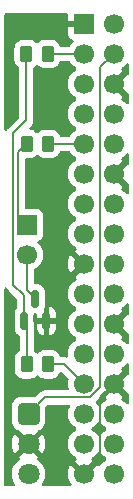
<source format=gbr>
%TF.GenerationSoftware,KiCad,Pcbnew,9.0.4*%
%TF.CreationDate,2025-10-17T20:59:14-05:00*%
%TF.ProjectId,raspi-ir,72617370-692d-4697-922e-6b696361645f,rev?*%
%TF.SameCoordinates,Original*%
%TF.FileFunction,Copper,L1,Top*%
%TF.FilePolarity,Positive*%
%FSLAX46Y46*%
G04 Gerber Fmt 4.6, Leading zero omitted, Abs format (unit mm)*
G04 Created by KiCad (PCBNEW 9.0.4) date 2025-10-17 20:59:14*
%MOMM*%
%LPD*%
G01*
G04 APERTURE LIST*
G04 Aperture macros list*
%AMRoundRect*
0 Rectangle with rounded corners*
0 $1 Rounding radius*
0 $2 $3 $4 $5 $6 $7 $8 $9 X,Y pos of 4 corners*
0 Add a 4 corners polygon primitive as box body*
4,1,4,$2,$3,$4,$5,$6,$7,$8,$9,$2,$3,0*
0 Add four circle primitives for the rounded corners*
1,1,$1+$1,$2,$3*
1,1,$1+$1,$4,$5*
1,1,$1+$1,$6,$7*
1,1,$1+$1,$8,$9*
0 Add four rect primitives between the rounded corners*
20,1,$1+$1,$2,$3,$4,$5,0*
20,1,$1+$1,$4,$5,$6,$7,0*
20,1,$1+$1,$6,$7,$8,$9,0*
20,1,$1+$1,$8,$9,$2,$3,0*%
G04 Aperture macros list end*
%TA.AperFunction,ComponentPad*%
%ADD10RoundRect,0.250200X-0.649800X0.649800X-0.649800X-0.649800X0.649800X-0.649800X0.649800X0.649800X0*%
%TD*%
%TA.AperFunction,ComponentPad*%
%ADD11C,1.800000*%
%TD*%
%TA.AperFunction,SMDPad,CuDef*%
%ADD12RoundRect,0.250000X-0.262500X-0.450000X0.262500X-0.450000X0.262500X0.450000X-0.262500X0.450000X0*%
%TD*%
%TA.AperFunction,SMDPad,CuDef*%
%ADD13RoundRect,0.250000X0.262500X0.450000X-0.262500X0.450000X-0.262500X-0.450000X0.262500X-0.450000X0*%
%TD*%
%TA.AperFunction,SMDPad,CuDef*%
%ADD14RoundRect,0.150000X0.150000X-0.587500X0.150000X0.587500X-0.150000X0.587500X-0.150000X-0.587500X0*%
%TD*%
%TA.AperFunction,ComponentPad*%
%ADD15R,1.700000X1.700000*%
%TD*%
%TA.AperFunction,ComponentPad*%
%ADD16C,1.700000*%
%TD*%
%TA.AperFunction,ViaPad*%
%ADD17C,0.600000*%
%TD*%
%TA.AperFunction,Conductor*%
%ADD18C,0.200000*%
%TD*%
G04 APERTURE END LIST*
D10*
%TO.P,U1,1,OUT*%
%TO.N,Net-(J1-Pin_4)*%
X142630000Y-105791000D03*
D11*
%TO.P,U1,2,GND*%
%TO.N,GND*%
X142630000Y-108331000D03*
%TO.P,U1,3,Vs*%
%TO.N,+3.3V*%
X142630000Y-110871000D03*
%TD*%
D12*
%TO.P,R3,1*%
%TO.N,Net-(Q1-B)*%
X142470500Y-101600000D03*
%TO.P,R3,2*%
%TO.N,Net-(J1-Pin_25)*%
X144295500Y-101600000D03*
%TD*%
D13*
%TO.P,R2,1*%
%TO.N,+3.3V*%
X144295500Y-82931000D03*
%TO.P,R2,2*%
%TO.N,Net-(J2-Pin_1)*%
X142470500Y-82931000D03*
%TD*%
D12*
%TO.P,R1,1*%
%TO.N,Net-(Q1-B)*%
X142447000Y-75311000D03*
%TO.P,R1,2*%
%TO.N,Net-(J1-Pin_3)*%
X144272000Y-75311000D03*
%TD*%
D14*
%TO.P,Q1,1,B*%
%TO.N,Net-(Q1-B)*%
X142245000Y-97917000D03*
%TO.P,Q1,2,E*%
%TO.N,GND*%
X144145000Y-97917000D03*
%TO.P,Q1,3,C*%
%TO.N,Net-(J2-Pin_2)*%
X143195000Y-96042000D03*
%TD*%
D15*
%TO.P,J2,1,Pin_1*%
%TO.N,Net-(J2-Pin_1)*%
X142494000Y-89784000D03*
D16*
%TO.P,J2,2,Pin_2*%
%TO.N,Net-(J2-Pin_2)*%
X142494000Y-92324000D03*
%TD*%
D15*
%TO.P,J1,1,Pin_1*%
%TO.N,GND*%
X147320000Y-72771000D03*
D16*
%TO.P,J1,2,Pin_2*%
%TO.N,unconnected-(J1-Pin_2-Pad2)*%
X149860000Y-72771000D03*
%TO.P,J1,3,Pin_3*%
%TO.N,Net-(J1-Pin_3)*%
X147320000Y-75311000D03*
%TO.P,J1,4,Pin_4*%
%TO.N,Net-(J1-Pin_4)*%
X149860000Y-75311000D03*
%TO.P,J1,5,Pin_5*%
%TO.N,unconnected-(J1-Pin_5-Pad5)*%
X147320000Y-77851000D03*
%TO.P,J1,6,Pin_6*%
%TO.N,GND*%
X149860000Y-77851000D03*
%TO.P,J1,7,Pin_7*%
%TO.N,unconnected-(J1-Pin_7-Pad7)*%
X147320000Y-80391000D03*
%TO.P,J1,8,Pin_8*%
%TO.N,unconnected-(J1-Pin_8-Pad8)*%
X149860000Y-80391000D03*
%TO.P,J1,9,Pin_9*%
%TO.N,+3.3V*%
X147320000Y-82931000D03*
%TO.P,J1,10,Pin_10*%
%TO.N,unconnected-(J1-Pin_10-Pad10)*%
X149860000Y-82931000D03*
%TO.P,J1,11,Pin_11*%
%TO.N,unconnected-(J1-Pin_11-Pad11)*%
X147320000Y-85471000D03*
%TO.P,J1,12,Pin_12*%
%TO.N,GND*%
X149860000Y-85471000D03*
%TO.P,J1,13,Pin_13*%
%TO.N,unconnected-(J1-Pin_13-Pad13)*%
X147320000Y-88011000D03*
%TO.P,J1,14,Pin_14*%
%TO.N,unconnected-(J1-Pin_14-Pad14)*%
X149860000Y-88011000D03*
%TO.P,J1,15,Pin_15*%
%TO.N,unconnected-(J1-Pin_15-Pad15)*%
X147320000Y-90551000D03*
%TO.P,J1,16,Pin_16*%
%TO.N,unconnected-(J1-Pin_16-Pad16)*%
X149860000Y-90551000D03*
%TO.P,J1,17,Pin_17*%
%TO.N,GND*%
X147320000Y-93091000D03*
%TO.P,J1,18,Pin_18*%
%TO.N,unconnected-(J1-Pin_18-Pad18)*%
X149860000Y-93091000D03*
%TO.P,J1,19,Pin_19*%
%TO.N,unconnected-(J1-Pin_19-Pad19)*%
X147320000Y-95631000D03*
%TO.P,J1,20,Pin_20*%
%TO.N,unconnected-(J1-Pin_20-Pad20)*%
X149860000Y-95631000D03*
%TO.P,J1,21,Pin_21*%
%TO.N,unconnected-(J1-Pin_21-Pad21)*%
X147320000Y-98171000D03*
%TO.P,J1,22,Pin_22*%
%TO.N,GND*%
X149860000Y-98171000D03*
%TO.P,J1,23,Pin_23*%
%TO.N,unconnected-(J1-Pin_23-Pad23)*%
X147320000Y-100711000D03*
%TO.P,J1,24,Pin_24*%
%TO.N,unconnected-(J1-Pin_24-Pad24)*%
X149860000Y-100711000D03*
%TO.P,J1,25,Pin_25*%
%TO.N,Net-(J1-Pin_25)*%
X147320000Y-103251000D03*
%TO.P,J1,26,Pin_26*%
%TO.N,GND*%
X149860000Y-103251000D03*
%TO.P,J1,27,Pin_27*%
%TO.N,unconnected-(J1-Pin_27-Pad27)*%
X147320000Y-105791000D03*
%TO.P,J1,28,Pin_28*%
%TO.N,unconnected-(J1-Pin_28-Pad28)*%
X149860000Y-105791000D03*
%TO.P,J1,29,Pin_29*%
%TO.N,unconnected-(J1-Pin_29-Pad29)*%
X147320000Y-108331000D03*
%TO.P,J1,30,Pin_30*%
%TO.N,unconnected-(J1-Pin_30-Pad30)*%
X149860000Y-108331000D03*
%TO.P,J1,31,Pin_31*%
%TO.N,GND*%
X147320000Y-110871000D03*
%TO.P,J1,32,Pin_32*%
%TO.N,unconnected-(J1-Pin_32-Pad32)*%
X149860000Y-110871000D03*
%TD*%
D17*
%TO.N,GND*%
X144145000Y-99695000D03*
X143383000Y-73152000D03*
X142621000Y-103505000D03*
X144272000Y-79121000D03*
%TD*%
D18*
%TO.N,Net-(Q1-B)*%
X141343000Y-82042000D02*
X141343000Y-94861000D01*
X141343000Y-94861000D02*
X142245000Y-95763000D01*
X142447000Y-80938000D02*
X141343000Y-82042000D01*
X142447000Y-75311000D02*
X142447000Y-80938000D01*
X142245000Y-95763000D02*
X142245000Y-97917000D01*
%TO.N,Net-(J2-Pin_1)*%
X141744000Y-89034000D02*
X142494000Y-89784000D01*
X141744000Y-83657500D02*
X141744000Y-89034000D01*
X142470500Y-82931000D02*
X141744000Y-83657500D01*
%TO.N,GND*%
X148709000Y-109482000D02*
X147320000Y-110871000D01*
X148709000Y-104402000D02*
X148709000Y-109482000D01*
X149860000Y-103251000D02*
X148709000Y-104402000D01*
%TO.N,Net-(J1-Pin_4)*%
X148709000Y-76462000D02*
X149860000Y-75311000D01*
X147796760Y-104402000D02*
X148709000Y-103489760D01*
X144019000Y-104402000D02*
X147796760Y-104402000D01*
X148709000Y-103489760D02*
X148709000Y-76462000D01*
X142630000Y-105791000D02*
X144019000Y-104402000D01*
%TO.N,Net-(Q1-B)*%
X142470500Y-98142500D02*
X142245000Y-97917000D01*
X142470500Y-101600000D02*
X142470500Y-98142500D01*
%TO.N,Net-(J1-Pin_25)*%
X145669000Y-101600000D02*
X147320000Y-103251000D01*
X144295500Y-101600000D02*
X145669000Y-101600000D01*
%TO.N,Net-(J2-Pin_2)*%
X142494000Y-95341000D02*
X143195000Y-96042000D01*
X142494000Y-92324000D02*
X142494000Y-95341000D01*
%TO.N,+3.3V*%
X147320000Y-82931000D02*
X144295500Y-82931000D01*
%TO.N,Net-(J1-Pin_3)*%
X147320000Y-75311000D02*
X144272000Y-75311000D01*
%TD*%
%TA.AperFunction,Conductor*%
%TO.N,GND*%
G36*
X140786703Y-95112104D02*
G01*
X140812888Y-95143818D01*
X140862479Y-95229715D01*
X140981349Y-95348585D01*
X140981355Y-95348590D01*
X141608181Y-95975416D01*
X141641666Y-96036739D01*
X141644500Y-96063097D01*
X141644500Y-96808691D01*
X141624815Y-96875730D01*
X141608181Y-96896372D01*
X141576923Y-96927629D01*
X141576917Y-96927637D01*
X141493255Y-97069103D01*
X141493254Y-97069106D01*
X141447402Y-97226926D01*
X141447401Y-97226932D01*
X141444500Y-97263798D01*
X141444500Y-98570201D01*
X141447401Y-98607067D01*
X141447402Y-98607073D01*
X141493254Y-98764893D01*
X141493255Y-98764896D01*
X141576917Y-98906362D01*
X141576923Y-98906370D01*
X141693129Y-99022576D01*
X141693140Y-99022585D01*
X141809120Y-99091174D01*
X141856804Y-99142242D01*
X141870000Y-99197906D01*
X141870000Y-100407491D01*
X141850315Y-100474530D01*
X141811098Y-100513029D01*
X141739344Y-100557287D01*
X141615289Y-100681342D01*
X141523187Y-100830663D01*
X141523186Y-100830666D01*
X141468001Y-100997203D01*
X141468001Y-100997204D01*
X141468000Y-100997204D01*
X141457500Y-101099983D01*
X141457500Y-102100001D01*
X141457501Y-102100019D01*
X141468000Y-102202796D01*
X141468001Y-102202799D01*
X141476389Y-102228111D01*
X141523186Y-102369334D01*
X141615288Y-102518656D01*
X141739344Y-102642712D01*
X141888666Y-102734814D01*
X142055203Y-102789999D01*
X142157991Y-102800500D01*
X142783008Y-102800499D01*
X142783016Y-102800498D01*
X142783019Y-102800498D01*
X142839302Y-102794748D01*
X142885797Y-102789999D01*
X143052334Y-102734814D01*
X143201656Y-102642712D01*
X143295319Y-102549049D01*
X143356642Y-102515564D01*
X143426334Y-102520548D01*
X143470681Y-102549049D01*
X143564344Y-102642712D01*
X143713666Y-102734814D01*
X143880203Y-102789999D01*
X143982991Y-102800500D01*
X144608008Y-102800499D01*
X144608016Y-102800498D01*
X144608019Y-102800498D01*
X144664302Y-102794748D01*
X144710797Y-102789999D01*
X144877334Y-102734814D01*
X145026656Y-102642712D01*
X145150712Y-102518656D01*
X145242814Y-102369334D01*
X145265768Y-102300062D01*
X145305537Y-102242621D01*
X145370053Y-102215797D01*
X145438829Y-102228111D01*
X145471153Y-102251388D01*
X145986241Y-102766476D01*
X146019726Y-102827799D01*
X146016492Y-102892473D01*
X146002753Y-102934757D01*
X145969500Y-103144713D01*
X145969500Y-103357287D01*
X146002754Y-103567243D01*
X146014877Y-103604554D01*
X146026129Y-103639182D01*
X146028124Y-103709023D01*
X145992044Y-103768856D01*
X145929343Y-103799684D01*
X145908198Y-103801500D01*
X144105670Y-103801500D01*
X144105654Y-103801499D01*
X144098058Y-103801499D01*
X143939943Y-103801499D01*
X143863579Y-103821961D01*
X143787214Y-103842423D01*
X143787209Y-103842426D01*
X143650290Y-103921475D01*
X143650282Y-103921481D01*
X143217583Y-104354181D01*
X143156260Y-104387666D01*
X143129902Y-104390500D01*
X141930166Y-104390500D01*
X141827361Y-104401003D01*
X141660782Y-104456202D01*
X141660777Y-104456204D01*
X141511417Y-104548331D01*
X141387331Y-104672417D01*
X141295204Y-104821777D01*
X141295202Y-104821782D01*
X141240003Y-104988361D01*
X141229500Y-105091166D01*
X141229500Y-106490833D01*
X141240003Y-106593638D01*
X141279196Y-106711913D01*
X141295203Y-106760220D01*
X141387330Y-106909581D01*
X141511419Y-107033670D01*
X141660780Y-107125797D01*
X141808718Y-107174818D01*
X141857396Y-107204843D01*
X142541415Y-107888861D01*
X142456306Y-107911667D01*
X142353694Y-107970910D01*
X142269910Y-108054694D01*
X142210667Y-108157306D01*
X142187861Y-108242414D01*
X141478932Y-107533485D01*
X141478931Y-107533485D01*
X141432616Y-107597233D01*
X141332567Y-107793589D01*
X141264473Y-108003164D01*
X141230000Y-108220818D01*
X141230000Y-108441181D01*
X141264473Y-108658835D01*
X141332567Y-108868410D01*
X141432611Y-109064756D01*
X141478932Y-109128513D01*
X142187861Y-108419584D01*
X142210667Y-108504694D01*
X142269910Y-108607306D01*
X142353694Y-108691090D01*
X142456306Y-108750333D01*
X142541414Y-108773137D01*
X141832485Y-109482065D01*
X141832485Y-109482066D01*
X141857680Y-109500371D01*
X141900346Y-109555701D01*
X141906325Y-109625314D01*
X141873720Y-109687110D01*
X141857681Y-109701008D01*
X141717636Y-109802756D01*
X141561756Y-109958636D01*
X141561752Y-109958641D01*
X141432187Y-110136974D01*
X141332104Y-110333393D01*
X141332103Y-110333396D01*
X141263985Y-110543047D01*
X141242610Y-110678007D01*
X141229500Y-110760778D01*
X141229500Y-110981222D01*
X141242610Y-111063993D01*
X141263985Y-111198952D01*
X141332103Y-111408603D01*
X141332104Y-111408606D01*
X141432184Y-111605021D01*
X141499457Y-111697615D01*
X141522936Y-111763422D01*
X141507110Y-111831476D01*
X141457004Y-111880170D01*
X141399138Y-111894500D01*
X140705500Y-111894500D01*
X140638461Y-111874815D01*
X140592706Y-111822011D01*
X140581500Y-111770500D01*
X140581500Y-95205817D01*
X140601185Y-95138778D01*
X140653989Y-95093023D01*
X140723147Y-95083079D01*
X140786703Y-95112104D01*
G37*
%TD.AperFunction*%
%TA.AperFunction,Conductor*%
G36*
X146070749Y-105022185D02*
G01*
X146116504Y-105074989D01*
X146126448Y-105144147D01*
X146114195Y-105182795D01*
X146068444Y-105272585D01*
X146002753Y-105474760D01*
X145969500Y-105684713D01*
X145969500Y-105897286D01*
X146002753Y-106107239D01*
X146068444Y-106309414D01*
X146164951Y-106498820D01*
X146289890Y-106670786D01*
X146440213Y-106821109D01*
X146612182Y-106946050D01*
X146620946Y-106950516D01*
X146671742Y-106998491D01*
X146688536Y-107066312D01*
X146665998Y-107132447D01*
X146620946Y-107171484D01*
X146612182Y-107175949D01*
X146440213Y-107300890D01*
X146289890Y-107451213D01*
X146164951Y-107623179D01*
X146068444Y-107812585D01*
X146002753Y-108014760D01*
X145969500Y-108224713D01*
X145969500Y-108437286D01*
X145996428Y-108607306D01*
X146002754Y-108647243D01*
X146046214Y-108781000D01*
X146068444Y-108849414D01*
X146164951Y-109038820D01*
X146289890Y-109210786D01*
X146440213Y-109361109D01*
X146612179Y-109486048D01*
X146612181Y-109486049D01*
X146612184Y-109486051D01*
X146621493Y-109490794D01*
X146672290Y-109538766D01*
X146689087Y-109606587D01*
X146666552Y-109672722D01*
X146621505Y-109711760D01*
X146612446Y-109716376D01*
X146612440Y-109716380D01*
X146558282Y-109755727D01*
X146558282Y-109755728D01*
X147190591Y-110388037D01*
X147127007Y-110405075D01*
X147012993Y-110470901D01*
X146919901Y-110563993D01*
X146854075Y-110678007D01*
X146837037Y-110741591D01*
X146204728Y-110109282D01*
X146204727Y-110109282D01*
X146165380Y-110163439D01*
X146068904Y-110352782D01*
X146003242Y-110554869D01*
X146003242Y-110554872D01*
X145970000Y-110764753D01*
X145970000Y-110977246D01*
X146003242Y-111187127D01*
X146003242Y-111187130D01*
X146068904Y-111389217D01*
X146165379Y-111578557D01*
X146251879Y-111697615D01*
X146275359Y-111763421D01*
X146259533Y-111831475D01*
X146209428Y-111880170D01*
X146151561Y-111894500D01*
X143860862Y-111894500D01*
X143793823Y-111874815D01*
X143748068Y-111822011D01*
X143738124Y-111752853D01*
X143760543Y-111697615D01*
X143782431Y-111667487D01*
X143827815Y-111605022D01*
X143927895Y-111408606D01*
X143996015Y-111198951D01*
X144030500Y-110981222D01*
X144030500Y-110760778D01*
X143996015Y-110543049D01*
X143940114Y-110371000D01*
X143927896Y-110333396D01*
X143927895Y-110333393D01*
X143868868Y-110217548D01*
X143827815Y-110136978D01*
X143744985Y-110022971D01*
X143698247Y-109958641D01*
X143698243Y-109958636D01*
X143542363Y-109802756D01*
X143542358Y-109802752D01*
X143402319Y-109701008D01*
X143359653Y-109645678D01*
X143353674Y-109576065D01*
X143386279Y-109514270D01*
X143402319Y-109500372D01*
X143427513Y-109482066D01*
X143427514Y-109482066D01*
X142718585Y-108773138D01*
X142803694Y-108750333D01*
X142906306Y-108691090D01*
X142990090Y-108607306D01*
X143049333Y-108504694D01*
X143072137Y-108419585D01*
X143781066Y-109128514D01*
X143781066Y-109128513D01*
X143827386Y-109064760D01*
X143927432Y-108868410D01*
X143995526Y-108658835D01*
X144030000Y-108441181D01*
X144030000Y-108220818D01*
X143995526Y-108003164D01*
X143927432Y-107793589D01*
X143827388Y-107597243D01*
X143781066Y-107533485D01*
X143781065Y-107533485D01*
X143072137Y-108242413D01*
X143049333Y-108157306D01*
X142990090Y-108054694D01*
X142906306Y-107970910D01*
X142803694Y-107911667D01*
X142718582Y-107888861D01*
X143402601Y-107204844D01*
X143451279Y-107174819D01*
X143451282Y-107174818D01*
X143599220Y-107125797D01*
X143748581Y-107033670D01*
X143872670Y-106909581D01*
X143964797Y-106760220D01*
X144019996Y-106593638D01*
X144030500Y-106490826D01*
X144030500Y-105291097D01*
X144039144Y-105261656D01*
X144045668Y-105231670D01*
X144049422Y-105226654D01*
X144050185Y-105224058D01*
X144066814Y-105203420D01*
X144231418Y-105038816D01*
X144292740Y-105005334D01*
X144319098Y-105002500D01*
X146003710Y-105002500D01*
X146070749Y-105022185D01*
G37*
%TD.AperFunction*%
%TA.AperFunction,Conductor*%
G36*
X148661444Y-108984999D02*
G01*
X148700486Y-109030056D01*
X148704951Y-109038820D01*
X148829890Y-109210786D01*
X148980213Y-109361109D01*
X149152182Y-109486050D01*
X149160946Y-109490516D01*
X149211742Y-109538491D01*
X149228536Y-109606312D01*
X149205998Y-109672447D01*
X149160946Y-109711484D01*
X149152182Y-109715949D01*
X148980213Y-109840890D01*
X148829890Y-109991213D01*
X148704949Y-110163182D01*
X148700202Y-110172499D01*
X148652227Y-110223293D01*
X148584405Y-110240087D01*
X148518271Y-110217548D01*
X148479234Y-110172495D01*
X148474626Y-110163452D01*
X148435270Y-110109282D01*
X148435269Y-110109282D01*
X147802962Y-110741589D01*
X147785925Y-110678007D01*
X147720099Y-110563993D01*
X147627007Y-110470901D01*
X147512993Y-110405075D01*
X147449409Y-110388037D01*
X148081716Y-109755728D01*
X148027547Y-109716373D01*
X148027547Y-109716372D01*
X148018500Y-109711763D01*
X147967706Y-109663788D01*
X147950912Y-109595966D01*
X147973451Y-109529832D01*
X148018508Y-109490793D01*
X148027816Y-109486051D01*
X148107007Y-109428515D01*
X148199786Y-109361109D01*
X148199788Y-109361106D01*
X148199792Y-109361104D01*
X148350104Y-109210792D01*
X148350106Y-109210788D01*
X148350109Y-109210786D01*
X148475048Y-109038820D01*
X148475047Y-109038820D01*
X148475051Y-109038816D01*
X148479514Y-109030054D01*
X148527488Y-108979259D01*
X148595308Y-108962463D01*
X148661444Y-108984999D01*
G37*
%TD.AperFunction*%
%TA.AperFunction,Conductor*%
G36*
X148661444Y-106444999D02*
G01*
X148700484Y-106490054D01*
X148704591Y-106498115D01*
X148704951Y-106498820D01*
X148829890Y-106670786D01*
X148980213Y-106821109D01*
X149152182Y-106946050D01*
X149160946Y-106950516D01*
X149211742Y-106998491D01*
X149228536Y-107066312D01*
X149205998Y-107132447D01*
X149160946Y-107171484D01*
X149152182Y-107175949D01*
X148980213Y-107300890D01*
X148829890Y-107451213D01*
X148704949Y-107623182D01*
X148700484Y-107631946D01*
X148652509Y-107682742D01*
X148584688Y-107699536D01*
X148518553Y-107676998D01*
X148479516Y-107631946D01*
X148475050Y-107623182D01*
X148350109Y-107451213D01*
X148199786Y-107300890D01*
X148027820Y-107175951D01*
X148025596Y-107174818D01*
X148019054Y-107171485D01*
X147968259Y-107123512D01*
X147951463Y-107055692D01*
X147973999Y-106989556D01*
X148019054Y-106950515D01*
X148027816Y-106946051D01*
X148078013Y-106909581D01*
X148199786Y-106821109D01*
X148199788Y-106821106D01*
X148199792Y-106821104D01*
X148350104Y-106670792D01*
X148350106Y-106670788D01*
X148350109Y-106670786D01*
X148475048Y-106498820D01*
X148475047Y-106498820D01*
X148475051Y-106498816D01*
X148479514Y-106490054D01*
X148527488Y-106439259D01*
X148595308Y-106422463D01*
X148661444Y-106444999D01*
G37*
%TD.AperFunction*%
%TA.AperFunction,Conductor*%
G36*
X149394075Y-103443993D02*
G01*
X149459901Y-103558007D01*
X149552993Y-103651099D01*
X149667007Y-103716925D01*
X149730590Y-103733962D01*
X149098282Y-104366269D01*
X149098282Y-104366270D01*
X149152452Y-104405626D01*
X149152451Y-104405626D01*
X149161495Y-104410234D01*
X149212292Y-104458208D01*
X149229087Y-104526029D01*
X149206550Y-104592164D01*
X149161499Y-104631202D01*
X149152182Y-104635949D01*
X148980213Y-104760890D01*
X148829890Y-104911213D01*
X148704949Y-105083182D01*
X148700484Y-105091946D01*
X148652509Y-105142742D01*
X148584688Y-105159536D01*
X148518553Y-105136998D01*
X148479516Y-105091946D01*
X148475050Y-105083182D01*
X148350109Y-104911213D01*
X148331126Y-104892230D01*
X148297641Y-104830907D01*
X148302625Y-104761215D01*
X148331126Y-104716868D01*
X148693813Y-104354181D01*
X149067506Y-103980488D01*
X149067511Y-103980484D01*
X149077714Y-103970280D01*
X149077716Y-103970280D01*
X149189520Y-103858476D01*
X149240941Y-103769412D01*
X149268577Y-103721545D01*
X149309500Y-103568817D01*
X149309500Y-103499308D01*
X149329185Y-103432269D01*
X149345819Y-103411627D01*
X149377037Y-103380408D01*
X149394075Y-103443993D01*
G37*
%TD.AperFunction*%
%TA.AperFunction,Conductor*%
G36*
X150975270Y-104012717D02*
G01*
X151003771Y-104010474D01*
X151072148Y-104024838D01*
X151121905Y-104073890D01*
X151137500Y-104134092D01*
X151137500Y-104870086D01*
X151117815Y-104937125D01*
X151065011Y-104982880D01*
X150995853Y-104992824D01*
X150932297Y-104963799D01*
X150913182Y-104942971D01*
X150890109Y-104911214D01*
X150890105Y-104911209D01*
X150739786Y-104760890D01*
X150567817Y-104635949D01*
X150558504Y-104631204D01*
X150507707Y-104583230D01*
X150490912Y-104515409D01*
X150513449Y-104449274D01*
X150558507Y-104410232D01*
X150567555Y-104405622D01*
X150621716Y-104366270D01*
X150621717Y-104366270D01*
X149989408Y-103733962D01*
X150052993Y-103716925D01*
X150167007Y-103651099D01*
X150260099Y-103558007D01*
X150325925Y-103443993D01*
X150342962Y-103380408D01*
X150975270Y-104012717D01*
G37*
%TD.AperFunction*%
%TA.AperFunction,Conductor*%
G36*
X151099919Y-101542987D02*
G01*
X151134277Y-101603825D01*
X151137500Y-101631913D01*
X151137500Y-102367907D01*
X151117815Y-102434946D01*
X151065011Y-102480701D01*
X151003771Y-102491525D01*
X150975270Y-102489281D01*
X150342962Y-103121590D01*
X150325925Y-103058007D01*
X150260099Y-102943993D01*
X150167007Y-102850901D01*
X150052993Y-102785075D01*
X149989408Y-102768037D01*
X150621716Y-102135728D01*
X150567547Y-102096373D01*
X150567547Y-102096372D01*
X150558500Y-102091763D01*
X150507706Y-102043788D01*
X150490912Y-101975966D01*
X150513451Y-101909832D01*
X150558508Y-101870793D01*
X150567816Y-101866051D01*
X150648500Y-101807431D01*
X150739786Y-101741109D01*
X150739788Y-101741106D01*
X150739792Y-101741104D01*
X150890104Y-101590792D01*
X150913181Y-101559028D01*
X150968510Y-101516363D01*
X151038123Y-101510382D01*
X151099919Y-101542987D01*
G37*
%TD.AperFunction*%
%TA.AperFunction,Conductor*%
G36*
X146048883Y-83535787D02*
G01*
X146064088Y-83535136D01*
X146081726Y-83545431D01*
X146101320Y-83551185D01*
X146112216Y-83563228D01*
X146124430Y-83570358D01*
X146144765Y-83599205D01*
X146164947Y-83638814D01*
X146164948Y-83638815D01*
X146289890Y-83810786D01*
X146440213Y-83961109D01*
X146612182Y-84086050D01*
X146620946Y-84090516D01*
X146671742Y-84138491D01*
X146688536Y-84206312D01*
X146665998Y-84272447D01*
X146620946Y-84311484D01*
X146612182Y-84315949D01*
X146440213Y-84440890D01*
X146289890Y-84591213D01*
X146164951Y-84763179D01*
X146068444Y-84952585D01*
X146002753Y-85154760D01*
X145969500Y-85364713D01*
X145969500Y-85577286D01*
X146002753Y-85787239D01*
X146068444Y-85989414D01*
X146164951Y-86178820D01*
X146289890Y-86350786D01*
X146440213Y-86501109D01*
X146612182Y-86626050D01*
X146620946Y-86630516D01*
X146671742Y-86678491D01*
X146688536Y-86746312D01*
X146665998Y-86812447D01*
X146620946Y-86851484D01*
X146612182Y-86855949D01*
X146440213Y-86980890D01*
X146289890Y-87131213D01*
X146164951Y-87303179D01*
X146068444Y-87492585D01*
X146002753Y-87694760D01*
X145969500Y-87904713D01*
X145969500Y-88117286D01*
X145999943Y-88309500D01*
X146002754Y-88327243D01*
X146055703Y-88490204D01*
X146068444Y-88529414D01*
X146164951Y-88718820D01*
X146289890Y-88890786D01*
X146440213Y-89041109D01*
X146612182Y-89166050D01*
X146620946Y-89170516D01*
X146671742Y-89218491D01*
X146688536Y-89286312D01*
X146665998Y-89352447D01*
X146620946Y-89391484D01*
X146612182Y-89395949D01*
X146440213Y-89520890D01*
X146289890Y-89671213D01*
X146164951Y-89843179D01*
X146068444Y-90032585D01*
X146002753Y-90234760D01*
X145969500Y-90444713D01*
X145969500Y-90657286D01*
X146002753Y-90867239D01*
X146068444Y-91069414D01*
X146164951Y-91258820D01*
X146289890Y-91430786D01*
X146440213Y-91581109D01*
X146612179Y-91706048D01*
X146612181Y-91706049D01*
X146612184Y-91706051D01*
X146621493Y-91710794D01*
X146672290Y-91758766D01*
X146689087Y-91826587D01*
X146666552Y-91892722D01*
X146621505Y-91931760D01*
X146612446Y-91936376D01*
X146612440Y-91936380D01*
X146558282Y-91975727D01*
X146558282Y-91975728D01*
X147190591Y-92608037D01*
X147127007Y-92625075D01*
X147012993Y-92690901D01*
X146919901Y-92783993D01*
X146854075Y-92898007D01*
X146837037Y-92961591D01*
X146204728Y-92329282D01*
X146204727Y-92329282D01*
X146165380Y-92383439D01*
X146068904Y-92572782D01*
X146003242Y-92774869D01*
X146003242Y-92774872D01*
X145970000Y-92984753D01*
X145970000Y-93197246D01*
X146003242Y-93407127D01*
X146003242Y-93407130D01*
X146068904Y-93609217D01*
X146165375Y-93798550D01*
X146204728Y-93852716D01*
X146837037Y-93220408D01*
X146854075Y-93283993D01*
X146919901Y-93398007D01*
X147012993Y-93491099D01*
X147127007Y-93556925D01*
X147190589Y-93573962D01*
X146558282Y-94206269D01*
X146558282Y-94206270D01*
X146612452Y-94245626D01*
X146612451Y-94245626D01*
X146621495Y-94250234D01*
X146672292Y-94298208D01*
X146689087Y-94366029D01*
X146666550Y-94432164D01*
X146621499Y-94471202D01*
X146612182Y-94475949D01*
X146440213Y-94600890D01*
X146289890Y-94751213D01*
X146164951Y-94923179D01*
X146068444Y-95112585D01*
X146002753Y-95314760D01*
X145969500Y-95524713D01*
X145969500Y-95737287D01*
X146002754Y-95947243D01*
X146040397Y-96063097D01*
X146068444Y-96149414D01*
X146164951Y-96338820D01*
X146289890Y-96510786D01*
X146440213Y-96661109D01*
X146612182Y-96786050D01*
X146620946Y-96790516D01*
X146671742Y-96838491D01*
X146688536Y-96906312D01*
X146665998Y-96972447D01*
X146620946Y-97011484D01*
X146612182Y-97015949D01*
X146440213Y-97140890D01*
X146289890Y-97291213D01*
X146164951Y-97463179D01*
X146068444Y-97652585D01*
X146002753Y-97854760D01*
X146001291Y-97863993D01*
X145969500Y-98064713D01*
X145969500Y-98277287D01*
X146002754Y-98487243D01*
X146041689Y-98607073D01*
X146068444Y-98689414D01*
X146164951Y-98878820D01*
X146289890Y-99050786D01*
X146440213Y-99201109D01*
X146612182Y-99326050D01*
X146620946Y-99330516D01*
X146671742Y-99378491D01*
X146688536Y-99446312D01*
X146665998Y-99512447D01*
X146620946Y-99551484D01*
X146612182Y-99555949D01*
X146440213Y-99680890D01*
X146289890Y-99831213D01*
X146164951Y-100003179D01*
X146068444Y-100192585D01*
X146002753Y-100394760D01*
X145977011Y-100557288D01*
X145969500Y-100604713D01*
X145969500Y-100817287D01*
X145971619Y-100830668D01*
X145979583Y-100880947D01*
X145970628Y-100950240D01*
X145925632Y-101003692D01*
X145858881Y-101024332D01*
X145825017Y-101020120D01*
X145763705Y-101003692D01*
X145748057Y-100999499D01*
X145589943Y-100999499D01*
X145582347Y-100999499D01*
X145582331Y-100999500D01*
X145388301Y-100999500D01*
X145321262Y-100979815D01*
X145275507Y-100927011D01*
X145270595Y-100914504D01*
X145242814Y-100830666D01*
X145150712Y-100681344D01*
X145026656Y-100557288D01*
X144877334Y-100465186D01*
X144710797Y-100410001D01*
X144710795Y-100410000D01*
X144608010Y-100399500D01*
X143982998Y-100399500D01*
X143982980Y-100399501D01*
X143880203Y-100410000D01*
X143880200Y-100410001D01*
X143713668Y-100465185D01*
X143713663Y-100465187D01*
X143564342Y-100557289D01*
X143470681Y-100650951D01*
X143467902Y-100652468D01*
X143466249Y-100655170D01*
X143437435Y-100669104D01*
X143409358Y-100684436D01*
X143406200Y-100684210D01*
X143403349Y-100685589D01*
X143371580Y-100681734D01*
X143339666Y-100679452D01*
X143336188Y-100677439D01*
X143333988Y-100677173D01*
X143323886Y-100670323D01*
X143303884Y-100658751D01*
X143299420Y-100655052D01*
X143201656Y-100557288D01*
X143122548Y-100508494D01*
X143115884Y-100502972D01*
X143100992Y-100480887D01*
X143083178Y-100461081D01*
X143080911Y-100451105D01*
X143076822Y-100445041D01*
X143076530Y-100431828D01*
X143071000Y-100407491D01*
X143071000Y-98570149D01*
X143345000Y-98570149D01*
X143347899Y-98606989D01*
X143347900Y-98606995D01*
X143393716Y-98764693D01*
X143393717Y-98764696D01*
X143477314Y-98906052D01*
X143477321Y-98906061D01*
X143593438Y-99022178D01*
X143593447Y-99022185D01*
X143734801Y-99105781D01*
X143892514Y-99151600D01*
X143892511Y-99151600D01*
X143894998Y-99151795D01*
X143895000Y-99151795D01*
X144395000Y-99151795D01*
X144395001Y-99151795D01*
X144397486Y-99151600D01*
X144555198Y-99105781D01*
X144696552Y-99022185D01*
X144696561Y-99022178D01*
X144812678Y-98906061D01*
X144812685Y-98906052D01*
X144896282Y-98764696D01*
X144896283Y-98764693D01*
X144942099Y-98606995D01*
X144942100Y-98606989D01*
X144944999Y-98570149D01*
X144945000Y-98570134D01*
X144945000Y-98167000D01*
X144395000Y-98167000D01*
X144395000Y-99151795D01*
X143895000Y-99151795D01*
X143895000Y-98167000D01*
X143345000Y-98167000D01*
X143345000Y-98570149D01*
X143071000Y-98570149D01*
X143071000Y-98063445D01*
X143071000Y-98063443D01*
X143049725Y-97984043D01*
X143045500Y-97951950D01*
X143045500Y-97404000D01*
X143048050Y-97395314D01*
X143046762Y-97386353D01*
X143057740Y-97362312D01*
X143065185Y-97336961D01*
X143072025Y-97331033D01*
X143075787Y-97322797D01*
X143098021Y-97308507D01*
X143117989Y-97291206D01*
X143128503Y-97288918D01*
X143134565Y-97285023D01*
X143169500Y-97280000D01*
X143221000Y-97280000D01*
X143288039Y-97299685D01*
X143333794Y-97352489D01*
X143345000Y-97404000D01*
X143345000Y-97667000D01*
X143895000Y-97667000D01*
X144395000Y-97667000D01*
X144945000Y-97667000D01*
X144945000Y-97263865D01*
X144944999Y-97263850D01*
X144942100Y-97227010D01*
X144942099Y-97227004D01*
X144896283Y-97069306D01*
X144896282Y-97069303D01*
X144812685Y-96927947D01*
X144812678Y-96927938D01*
X144696561Y-96811821D01*
X144696552Y-96811814D01*
X144555196Y-96728217D01*
X144555193Y-96728216D01*
X144397494Y-96682400D01*
X144397497Y-96682400D01*
X144395000Y-96682203D01*
X144395000Y-97667000D01*
X143895000Y-97667000D01*
X143895000Y-97011314D01*
X143912267Y-96948194D01*
X143946744Y-96889898D01*
X143992598Y-96732069D01*
X143995500Y-96695194D01*
X143995500Y-95388806D01*
X143992598Y-95351931D01*
X143991627Y-95348590D01*
X143957091Y-95229715D01*
X143946744Y-95194102D01*
X143863081Y-95052635D01*
X143863079Y-95052633D01*
X143863076Y-95052629D01*
X143746870Y-94936423D01*
X143746862Y-94936417D01*
X143605396Y-94852755D01*
X143605393Y-94852754D01*
X143447573Y-94806902D01*
X143447567Y-94806901D01*
X143410701Y-94804000D01*
X143410694Y-94804000D01*
X143218500Y-94804000D01*
X143151461Y-94784315D01*
X143105706Y-94731511D01*
X143094500Y-94680000D01*
X143094500Y-93609718D01*
X143114185Y-93542679D01*
X143162207Y-93499233D01*
X143201815Y-93479052D01*
X143201815Y-93479051D01*
X143201816Y-93479051D01*
X143293193Y-93412661D01*
X143373786Y-93354109D01*
X143373788Y-93354106D01*
X143373792Y-93354104D01*
X143524104Y-93203792D01*
X143524106Y-93203788D01*
X143524109Y-93203786D01*
X143578899Y-93128371D01*
X143649051Y-93031816D01*
X143745557Y-92842412D01*
X143811246Y-92640243D01*
X143844500Y-92430287D01*
X143844500Y-92217713D01*
X143811246Y-92007757D01*
X143745557Y-91805588D01*
X143649051Y-91616184D01*
X143649049Y-91616181D01*
X143649048Y-91616179D01*
X143524109Y-91444213D01*
X143410569Y-91330673D01*
X143377084Y-91269350D01*
X143382068Y-91199658D01*
X143423940Y-91143725D01*
X143454915Y-91126810D01*
X143586331Y-91077796D01*
X143701546Y-90991546D01*
X143787796Y-90876331D01*
X143838091Y-90741483D01*
X143844500Y-90681873D01*
X143844499Y-88886128D01*
X143838091Y-88826517D01*
X143787796Y-88691669D01*
X143787795Y-88691668D01*
X143787793Y-88691664D01*
X143701547Y-88576455D01*
X143701544Y-88576452D01*
X143586335Y-88490206D01*
X143586328Y-88490202D01*
X143451482Y-88439908D01*
X143451483Y-88439908D01*
X143391883Y-88433501D01*
X143391881Y-88433500D01*
X143391873Y-88433500D01*
X143391865Y-88433500D01*
X142468500Y-88433500D01*
X142401461Y-88413815D01*
X142355706Y-88361011D01*
X142344500Y-88309500D01*
X142344500Y-84255499D01*
X142364185Y-84188460D01*
X142416989Y-84142705D01*
X142468500Y-84131499D01*
X142783002Y-84131499D01*
X142783008Y-84131499D01*
X142885797Y-84120999D01*
X143052334Y-84065814D01*
X143201656Y-83973712D01*
X143295319Y-83880049D01*
X143356642Y-83846564D01*
X143426334Y-83851548D01*
X143470681Y-83880049D01*
X143564344Y-83973712D01*
X143713666Y-84065814D01*
X143880203Y-84120999D01*
X143982991Y-84131500D01*
X144608008Y-84131499D01*
X144608016Y-84131498D01*
X144608019Y-84131498D01*
X144664302Y-84125748D01*
X144710797Y-84120999D01*
X144877334Y-84065814D01*
X145026656Y-83973712D01*
X145150712Y-83849656D01*
X145242814Y-83700334D01*
X145270595Y-83616495D01*
X145310368Y-83559051D01*
X145374884Y-83532228D01*
X145388301Y-83531500D01*
X146034281Y-83531500D01*
X146048883Y-83535787D01*
G37*
%TD.AperFunction*%
%TA.AperFunction,Conductor*%
G36*
X150975270Y-98932717D02*
G01*
X151003771Y-98930474D01*
X151072148Y-98944838D01*
X151121905Y-98993890D01*
X151137500Y-99054092D01*
X151137500Y-99790086D01*
X151117815Y-99857125D01*
X151065011Y-99902880D01*
X150995853Y-99912824D01*
X150932297Y-99883799D01*
X150913182Y-99862971D01*
X150890109Y-99831214D01*
X150890105Y-99831209D01*
X150739786Y-99680890D01*
X150567817Y-99555949D01*
X150558504Y-99551204D01*
X150507707Y-99503230D01*
X150490912Y-99435409D01*
X150513449Y-99369274D01*
X150558507Y-99330232D01*
X150567555Y-99325622D01*
X150621716Y-99286270D01*
X150621717Y-99286270D01*
X149989409Y-98653962D01*
X150052993Y-98636925D01*
X150167007Y-98571099D01*
X150260099Y-98478007D01*
X150325925Y-98363993D01*
X150342962Y-98300408D01*
X150975270Y-98932717D01*
G37*
%TD.AperFunction*%
%TA.AperFunction,Conductor*%
G36*
X151099919Y-96462987D02*
G01*
X151134277Y-96523825D01*
X151137500Y-96551913D01*
X151137500Y-97287907D01*
X151117815Y-97354946D01*
X151065011Y-97400701D01*
X151003771Y-97411525D01*
X150975270Y-97409281D01*
X150342962Y-98041590D01*
X150325925Y-97978007D01*
X150260099Y-97863993D01*
X150167007Y-97770901D01*
X150052993Y-97705075D01*
X149989407Y-97688036D01*
X150621716Y-97055728D01*
X150567547Y-97016373D01*
X150567547Y-97016372D01*
X150558500Y-97011763D01*
X150507706Y-96963788D01*
X150490912Y-96895966D01*
X150513451Y-96829832D01*
X150558508Y-96790793D01*
X150567816Y-96786051D01*
X150648500Y-96727431D01*
X150739786Y-96661109D01*
X150739788Y-96661106D01*
X150739792Y-96661104D01*
X150890104Y-96510792D01*
X150913181Y-96479028D01*
X150968510Y-96436363D01*
X151038123Y-96430382D01*
X151099919Y-96462987D01*
G37*
%TD.AperFunction*%
%TA.AperFunction,Conductor*%
G36*
X150975270Y-86232717D02*
G01*
X151003771Y-86230474D01*
X151072148Y-86244838D01*
X151121905Y-86293890D01*
X151137500Y-86354092D01*
X151137500Y-87090086D01*
X151117815Y-87157125D01*
X151065011Y-87202880D01*
X150995853Y-87212824D01*
X150932297Y-87183799D01*
X150913182Y-87162971D01*
X150890109Y-87131214D01*
X150890105Y-87131209D01*
X150739786Y-86980890D01*
X150567817Y-86855949D01*
X150558504Y-86851204D01*
X150507707Y-86803230D01*
X150490912Y-86735409D01*
X150513449Y-86669274D01*
X150558507Y-86630232D01*
X150567555Y-86625622D01*
X150621716Y-86586270D01*
X150621717Y-86586270D01*
X149989409Y-85953962D01*
X150052993Y-85936925D01*
X150167007Y-85871099D01*
X150260099Y-85778007D01*
X150325925Y-85663993D01*
X150342962Y-85600408D01*
X150975270Y-86232717D01*
G37*
%TD.AperFunction*%
%TA.AperFunction,Conductor*%
G36*
X151099919Y-83762987D02*
G01*
X151134277Y-83823825D01*
X151137500Y-83851913D01*
X151137500Y-84587907D01*
X151117815Y-84654946D01*
X151065011Y-84700701D01*
X151003771Y-84711525D01*
X150975270Y-84709281D01*
X150342962Y-85341590D01*
X150325925Y-85278007D01*
X150260099Y-85163993D01*
X150167007Y-85070901D01*
X150052993Y-85005075D01*
X149989407Y-84988036D01*
X150621716Y-84355728D01*
X150567547Y-84316373D01*
X150567547Y-84316372D01*
X150558500Y-84311763D01*
X150507706Y-84263788D01*
X150490912Y-84195966D01*
X150513451Y-84129832D01*
X150558508Y-84090793D01*
X150567816Y-84086051D01*
X150648500Y-84027431D01*
X150739786Y-83961109D01*
X150739788Y-83961106D01*
X150739792Y-83961104D01*
X150890104Y-83810792D01*
X150913181Y-83779028D01*
X150968510Y-83736363D01*
X151038123Y-83730382D01*
X151099919Y-83762987D01*
G37*
%TD.AperFunction*%
%TA.AperFunction,Conductor*%
G36*
X146101320Y-75931185D02*
G01*
X146144765Y-75979205D01*
X146164947Y-76018814D01*
X146164948Y-76018815D01*
X146289890Y-76190786D01*
X146440213Y-76341109D01*
X146612182Y-76466050D01*
X146620946Y-76470516D01*
X146671742Y-76518491D01*
X146688536Y-76586312D01*
X146665998Y-76652447D01*
X146620946Y-76691484D01*
X146612182Y-76695949D01*
X146440213Y-76820890D01*
X146289890Y-76971213D01*
X146164951Y-77143179D01*
X146068444Y-77332585D01*
X146002753Y-77534760D01*
X145969500Y-77744713D01*
X145969500Y-77957286D01*
X146002753Y-78167239D01*
X146068444Y-78369414D01*
X146164951Y-78558820D01*
X146289890Y-78730786D01*
X146440213Y-78881109D01*
X146612182Y-79006050D01*
X146620946Y-79010516D01*
X146671742Y-79058491D01*
X146688536Y-79126312D01*
X146665998Y-79192447D01*
X146620946Y-79231484D01*
X146612182Y-79235949D01*
X146440213Y-79360890D01*
X146289890Y-79511213D01*
X146164951Y-79683179D01*
X146068444Y-79872585D01*
X146002753Y-80074760D01*
X145969500Y-80284713D01*
X145969500Y-80497287D01*
X146002754Y-80707243D01*
X146052044Y-80858942D01*
X146068444Y-80909414D01*
X146164951Y-81098820D01*
X146289890Y-81270786D01*
X146440213Y-81421109D01*
X146612182Y-81546050D01*
X146620946Y-81550516D01*
X146671742Y-81598491D01*
X146688536Y-81666312D01*
X146665998Y-81732447D01*
X146620946Y-81771484D01*
X146612182Y-81775949D01*
X146440213Y-81900890D01*
X146289890Y-82051213D01*
X146164948Y-82223184D01*
X146164947Y-82223185D01*
X146144765Y-82262795D01*
X146096791Y-82313591D01*
X146034281Y-82330500D01*
X145388301Y-82330500D01*
X145321262Y-82310815D01*
X145275507Y-82258011D01*
X145270595Y-82245504D01*
X145263199Y-82223184D01*
X145242814Y-82161666D01*
X145150712Y-82012344D01*
X145026656Y-81888288D01*
X144933888Y-81831069D01*
X144877336Y-81796187D01*
X144877331Y-81796185D01*
X144872702Y-81794651D01*
X144710797Y-81741001D01*
X144710795Y-81741000D01*
X144608010Y-81730500D01*
X143982998Y-81730500D01*
X143982980Y-81730501D01*
X143880203Y-81741000D01*
X143880200Y-81741001D01*
X143713668Y-81796185D01*
X143713663Y-81796187D01*
X143564342Y-81888289D01*
X143470681Y-81981951D01*
X143409358Y-82015436D01*
X143339666Y-82010452D01*
X143295319Y-81981951D01*
X143201657Y-81888289D01*
X143201656Y-81888288D01*
X143108888Y-81831069D01*
X143052336Y-81796187D01*
X143052331Y-81796185D01*
X143047702Y-81794651D01*
X142885797Y-81741001D01*
X142885794Y-81741000D01*
X142789218Y-81731134D01*
X142724526Y-81704738D01*
X142684375Y-81647557D01*
X142681512Y-81577746D01*
X142714140Y-81520095D01*
X142927520Y-81306716D01*
X143006577Y-81169784D01*
X143047501Y-81017057D01*
X143047501Y-80858942D01*
X143047501Y-80851347D01*
X143047500Y-80851329D01*
X143047500Y-76503507D01*
X143047900Y-76502144D01*
X143047530Y-76500772D01*
X143057714Y-76468720D01*
X143067185Y-76436468D01*
X143068397Y-76435098D01*
X143068689Y-76434183D01*
X143072175Y-76430834D01*
X143092384Y-76408026D01*
X143099042Y-76402509D01*
X143178156Y-76353712D01*
X143275920Y-76255947D01*
X143280384Y-76252249D01*
X143307363Y-76240640D01*
X143333142Y-76226564D01*
X143339088Y-76226989D01*
X143344565Y-76224633D01*
X143373536Y-76229452D01*
X143402834Y-76231548D01*
X143408667Y-76235297D01*
X143413487Y-76236099D01*
X143422208Y-76243999D01*
X143447181Y-76260049D01*
X143540844Y-76353712D01*
X143690166Y-76445814D01*
X143856703Y-76500999D01*
X143959491Y-76511500D01*
X144584508Y-76511499D01*
X144584516Y-76511498D01*
X144584519Y-76511498D01*
X144662745Y-76503507D01*
X144687297Y-76500999D01*
X144853834Y-76445814D01*
X145003156Y-76353712D01*
X145127212Y-76229656D01*
X145219314Y-76080334D01*
X145247095Y-75996495D01*
X145286868Y-75939051D01*
X145351384Y-75912228D01*
X145364801Y-75911500D01*
X146034281Y-75911500D01*
X146101320Y-75931185D01*
G37*
%TD.AperFunction*%
%TA.AperFunction,Conductor*%
G36*
X145913039Y-71894185D02*
G01*
X145958794Y-71946989D01*
X145970000Y-71998500D01*
X145970000Y-72521000D01*
X146886988Y-72521000D01*
X146854075Y-72578007D01*
X146820000Y-72705174D01*
X146820000Y-72836826D01*
X146854075Y-72963993D01*
X146886988Y-73021000D01*
X145970000Y-73021000D01*
X145970000Y-73668844D01*
X145976401Y-73728372D01*
X145976403Y-73728379D01*
X146026645Y-73863086D01*
X146026649Y-73863093D01*
X146112809Y-73978187D01*
X146112812Y-73978190D01*
X146227906Y-74064350D01*
X146227913Y-74064354D01*
X146359470Y-74113422D01*
X146415404Y-74155293D01*
X146439821Y-74220758D01*
X146424969Y-74289031D01*
X146403819Y-74317285D01*
X146289889Y-74431215D01*
X146164948Y-74603184D01*
X146164947Y-74603185D01*
X146144765Y-74642795D01*
X146096791Y-74693591D01*
X146034281Y-74710500D01*
X145364801Y-74710500D01*
X145297762Y-74690815D01*
X145252007Y-74638011D01*
X145247095Y-74625504D01*
X145219314Y-74541666D01*
X145127212Y-74392344D01*
X145003156Y-74268288D01*
X144853834Y-74176186D01*
X144687297Y-74121001D01*
X144687295Y-74121000D01*
X144584510Y-74110500D01*
X143959498Y-74110500D01*
X143959480Y-74110501D01*
X143856703Y-74121000D01*
X143856700Y-74121001D01*
X143690168Y-74176185D01*
X143690163Y-74176187D01*
X143540842Y-74268289D01*
X143447181Y-74361951D01*
X143385858Y-74395436D01*
X143316166Y-74390452D01*
X143271819Y-74361951D01*
X143178157Y-74268289D01*
X143178156Y-74268288D01*
X143028834Y-74176186D01*
X142862297Y-74121001D01*
X142862295Y-74121000D01*
X142759510Y-74110500D01*
X142134498Y-74110500D01*
X142134480Y-74110501D01*
X142031703Y-74121000D01*
X142031700Y-74121001D01*
X141865168Y-74176185D01*
X141865163Y-74176187D01*
X141715842Y-74268289D01*
X141591789Y-74392342D01*
X141499687Y-74541663D01*
X141499685Y-74541668D01*
X141476397Y-74611946D01*
X141444501Y-74708203D01*
X141444501Y-74708204D01*
X141444500Y-74708204D01*
X141434000Y-74810983D01*
X141434000Y-75811001D01*
X141434001Y-75811019D01*
X141444500Y-75913796D01*
X141444501Y-75913799D01*
X141479301Y-76018816D01*
X141499686Y-76080334D01*
X141591788Y-76229656D01*
X141715844Y-76353712D01*
X141787596Y-76397968D01*
X141834321Y-76449915D01*
X141846500Y-76503507D01*
X141846500Y-80637902D01*
X141826815Y-80704941D01*
X141810181Y-80725583D01*
X140862481Y-81673282D01*
X140862479Y-81673284D01*
X140849485Y-81695792D01*
X140842295Y-81708246D01*
X140823384Y-81741001D01*
X140812887Y-81759182D01*
X140762319Y-81807397D01*
X140693712Y-81820619D01*
X140628847Y-81794651D01*
X140588320Y-81737736D01*
X140581500Y-81697181D01*
X140581500Y-71998500D01*
X140601185Y-71931461D01*
X140653989Y-71885706D01*
X140705500Y-71874500D01*
X145846000Y-71874500D01*
X145913039Y-71894185D01*
G37*
%TD.AperFunction*%
%TA.AperFunction,Conductor*%
G36*
X150975270Y-78612717D02*
G01*
X151003771Y-78610474D01*
X151072148Y-78624838D01*
X151121905Y-78673890D01*
X151137500Y-78734092D01*
X151137500Y-79470086D01*
X151117815Y-79537125D01*
X151065011Y-79582880D01*
X150995853Y-79592824D01*
X150932297Y-79563799D01*
X150913182Y-79542971D01*
X150890109Y-79511214D01*
X150890105Y-79511209D01*
X150739786Y-79360890D01*
X150567817Y-79235949D01*
X150558504Y-79231204D01*
X150507707Y-79183230D01*
X150490912Y-79115409D01*
X150513449Y-79049274D01*
X150558507Y-79010232D01*
X150567555Y-79005622D01*
X150621716Y-78966270D01*
X150621717Y-78966270D01*
X149989409Y-78333962D01*
X150052993Y-78316925D01*
X150167007Y-78251099D01*
X150260099Y-78158007D01*
X150325925Y-78043993D01*
X150342962Y-77980408D01*
X150975270Y-78612717D01*
G37*
%TD.AperFunction*%
%TA.AperFunction,Conductor*%
G36*
X151099919Y-76142987D02*
G01*
X151134277Y-76203825D01*
X151137500Y-76231913D01*
X151137500Y-76967907D01*
X151117815Y-77034946D01*
X151065011Y-77080701D01*
X151003771Y-77091525D01*
X150975270Y-77089281D01*
X150342962Y-77721590D01*
X150325925Y-77658007D01*
X150260099Y-77543993D01*
X150167007Y-77450901D01*
X150052993Y-77385075D01*
X149989407Y-77368036D01*
X150621716Y-76735728D01*
X150567547Y-76696373D01*
X150567547Y-76696372D01*
X150558500Y-76691763D01*
X150507706Y-76643788D01*
X150490912Y-76575966D01*
X150513451Y-76509832D01*
X150558508Y-76470793D01*
X150567816Y-76466051D01*
X150661526Y-76397967D01*
X150739786Y-76341109D01*
X150739788Y-76341106D01*
X150739792Y-76341104D01*
X150890104Y-76190792D01*
X150913181Y-76159028D01*
X150968510Y-76116363D01*
X151038123Y-76110382D01*
X151099919Y-76142987D01*
G37*
%TD.AperFunction*%
%TD*%
M02*

</source>
